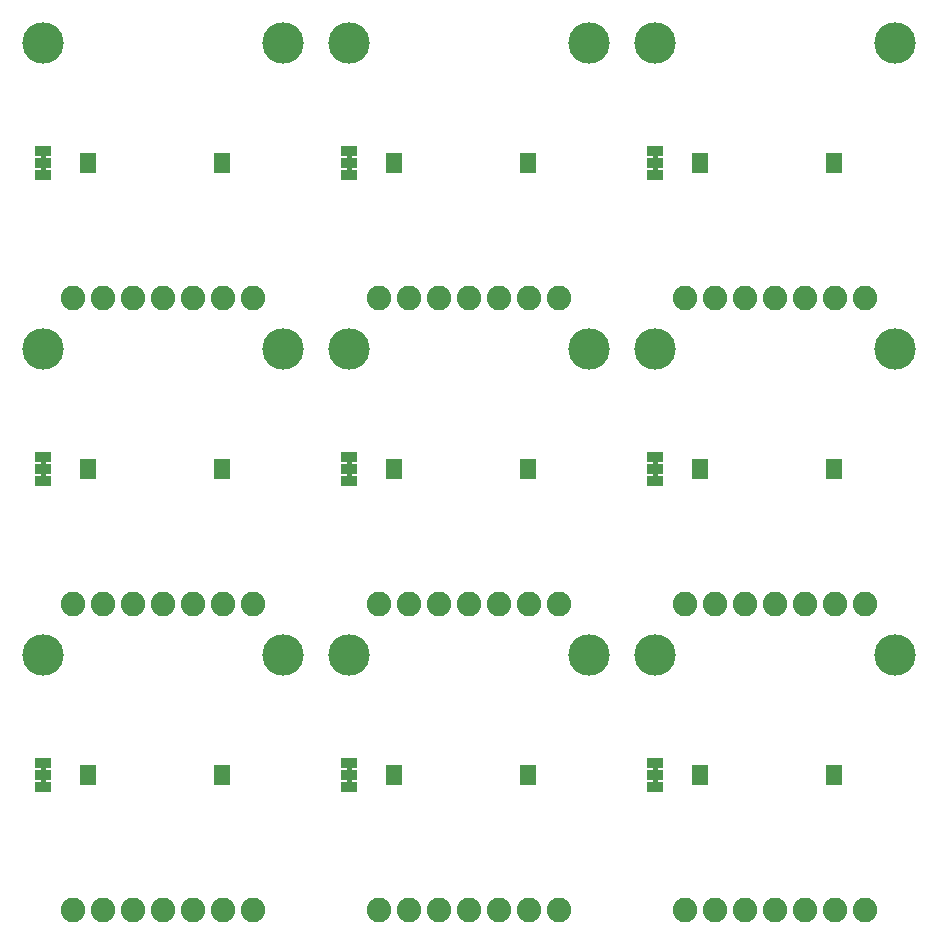
<source format=gbs>
G75*
%MOIN*%
%OFA0B0*%
%FSLAX25Y25*%
%IPPOS*%
%LPD*%
%AMOC8*
5,1,8,0,0,1.08239X$1,22.5*
%
%ADD10R,0.05800X0.03300*%
%ADD11C,0.13800*%
%ADD12C,0.00500*%
%ADD13C,0.08200*%
D10*
X0038500Y0114333D03*
X0038500Y0118333D03*
X0038500Y0122333D03*
X0053500Y0119933D03*
X0053500Y0116733D03*
X0098000Y0116733D03*
X0098000Y0119933D03*
X0140500Y0118333D03*
X0140500Y0114333D03*
X0140500Y0122333D03*
X0155500Y0119933D03*
X0155500Y0116733D03*
X0200000Y0116733D03*
X0200000Y0119933D03*
X0242500Y0118333D03*
X0242500Y0114333D03*
X0242500Y0122333D03*
X0257500Y0119933D03*
X0257500Y0116733D03*
X0302000Y0116733D03*
X0302000Y0119933D03*
X0242500Y0216333D03*
X0242500Y0220333D03*
X0242500Y0224333D03*
X0257500Y0221933D03*
X0257500Y0218733D03*
X0302000Y0218733D03*
X0302000Y0221933D03*
X0242500Y0318333D03*
X0242500Y0322333D03*
X0242500Y0326333D03*
X0257500Y0323933D03*
X0257500Y0320733D03*
X0302000Y0320733D03*
X0302000Y0323933D03*
X0200000Y0323933D03*
X0200000Y0320733D03*
X0155500Y0320733D03*
X0155500Y0323933D03*
X0140500Y0322333D03*
X0140500Y0318333D03*
X0140500Y0326333D03*
X0098000Y0323933D03*
X0098000Y0320733D03*
X0053500Y0320733D03*
X0053500Y0323933D03*
X0038500Y0322333D03*
X0038500Y0318333D03*
X0038500Y0326333D03*
X0038500Y0224333D03*
X0038500Y0220333D03*
X0038500Y0216333D03*
X0053500Y0218733D03*
X0053500Y0221933D03*
X0098000Y0221933D03*
X0098000Y0218733D03*
X0140500Y0220333D03*
X0140500Y0216333D03*
X0140500Y0224333D03*
X0155500Y0221933D03*
X0155500Y0218733D03*
X0200000Y0218733D03*
X0200000Y0221933D03*
D11*
X0220500Y0260333D03*
X0242500Y0260333D03*
X0322500Y0260333D03*
X0322500Y0158333D03*
X0242500Y0158333D03*
X0220500Y0158333D03*
X0140500Y0158333D03*
X0118500Y0158333D03*
X0038500Y0158333D03*
X0038500Y0260333D03*
X0118500Y0260333D03*
X0140500Y0260333D03*
X0140500Y0362333D03*
X0118500Y0362333D03*
X0038500Y0362333D03*
X0220500Y0362333D03*
X0242500Y0362333D03*
X0322500Y0362333D03*
D12*
X0243000Y0325083D02*
X0242000Y0325083D01*
X0242000Y0323583D01*
X0243000Y0323583D01*
X0243000Y0325083D01*
X0243000Y0325067D02*
X0242000Y0325067D01*
X0242000Y0324568D02*
X0243000Y0324568D01*
X0243000Y0324070D02*
X0242000Y0324070D01*
X0242000Y0321083D02*
X0242000Y0319583D01*
X0243000Y0319583D01*
X0243000Y0321083D01*
X0242000Y0321083D01*
X0242000Y0321079D02*
X0243000Y0321079D01*
X0243000Y0320580D02*
X0242000Y0320580D01*
X0242000Y0320082D02*
X0243000Y0320082D01*
X0243000Y0223083D02*
X0242000Y0223083D01*
X0242000Y0221583D01*
X0243000Y0221583D01*
X0243000Y0223083D01*
X0243000Y0222872D02*
X0242000Y0222872D01*
X0242000Y0222373D02*
X0243000Y0222373D01*
X0243000Y0221875D02*
X0242000Y0221875D01*
X0242000Y0219083D02*
X0242000Y0217583D01*
X0243000Y0217583D01*
X0243000Y0219083D01*
X0242000Y0219083D01*
X0242000Y0218884D02*
X0243000Y0218884D01*
X0243000Y0218385D02*
X0242000Y0218385D01*
X0242000Y0217887D02*
X0243000Y0217887D01*
X0243000Y0121083D02*
X0242000Y0121083D01*
X0242000Y0119583D01*
X0243000Y0119583D01*
X0243000Y0121083D01*
X0243000Y0120677D02*
X0242000Y0120677D01*
X0242000Y0120179D02*
X0243000Y0120179D01*
X0243000Y0119680D02*
X0242000Y0119680D01*
X0242000Y0117083D02*
X0242000Y0115583D01*
X0243000Y0115583D01*
X0243000Y0117083D01*
X0242000Y0117083D01*
X0242000Y0116689D02*
X0243000Y0116689D01*
X0243000Y0116190D02*
X0242000Y0116190D01*
X0242000Y0115692D02*
X0243000Y0115692D01*
X0141000Y0115692D02*
X0140000Y0115692D01*
X0140000Y0115583D02*
X0141000Y0115583D01*
X0141000Y0117083D01*
X0140000Y0117083D01*
X0140000Y0115583D01*
X0140000Y0116190D02*
X0141000Y0116190D01*
X0141000Y0116689D02*
X0140000Y0116689D01*
X0140000Y0119583D02*
X0141000Y0119583D01*
X0141000Y0121083D01*
X0140000Y0121083D01*
X0140000Y0119583D01*
X0140000Y0119680D02*
X0141000Y0119680D01*
X0141000Y0120179D02*
X0140000Y0120179D01*
X0140000Y0120677D02*
X0141000Y0120677D01*
X0141000Y0217583D02*
X0140000Y0217583D01*
X0140000Y0219083D01*
X0141000Y0219083D01*
X0141000Y0217583D01*
X0141000Y0217887D02*
X0140000Y0217887D01*
X0140000Y0218385D02*
X0141000Y0218385D01*
X0141000Y0218884D02*
X0140000Y0218884D01*
X0140000Y0221583D02*
X0141000Y0221583D01*
X0141000Y0223083D01*
X0140000Y0223083D01*
X0140000Y0221583D01*
X0140000Y0221875D02*
X0141000Y0221875D01*
X0141000Y0222373D02*
X0140000Y0222373D01*
X0140000Y0222872D02*
X0141000Y0222872D01*
X0141000Y0319583D02*
X0140000Y0319583D01*
X0140000Y0321083D01*
X0141000Y0321083D01*
X0141000Y0319583D01*
X0141000Y0320082D02*
X0140000Y0320082D01*
X0140000Y0320580D02*
X0141000Y0320580D01*
X0141000Y0321079D02*
X0140000Y0321079D01*
X0140000Y0323583D02*
X0141000Y0323583D01*
X0141000Y0325083D01*
X0140000Y0325083D01*
X0140000Y0323583D01*
X0140000Y0324070D02*
X0141000Y0324070D01*
X0141000Y0324568D02*
X0140000Y0324568D01*
X0140000Y0325067D02*
X0141000Y0325067D01*
X0039000Y0325067D02*
X0038000Y0325067D01*
X0038000Y0325083D02*
X0038000Y0323583D01*
X0039000Y0323583D01*
X0039000Y0325083D01*
X0038000Y0325083D01*
X0038000Y0324568D02*
X0039000Y0324568D01*
X0039000Y0324070D02*
X0038000Y0324070D01*
X0038000Y0321083D02*
X0038000Y0319583D01*
X0039000Y0319583D01*
X0039000Y0321083D01*
X0038000Y0321083D01*
X0038000Y0321079D02*
X0039000Y0321079D01*
X0039000Y0320580D02*
X0038000Y0320580D01*
X0038000Y0320082D02*
X0039000Y0320082D01*
X0039000Y0223083D02*
X0038000Y0223083D01*
X0038000Y0221583D01*
X0039000Y0221583D01*
X0039000Y0223083D01*
X0039000Y0222872D02*
X0038000Y0222872D01*
X0038000Y0222373D02*
X0039000Y0222373D01*
X0039000Y0221875D02*
X0038000Y0221875D01*
X0038000Y0219083D02*
X0038000Y0217583D01*
X0039000Y0217583D01*
X0039000Y0219083D01*
X0038000Y0219083D01*
X0038000Y0218884D02*
X0039000Y0218884D01*
X0039000Y0218385D02*
X0038000Y0218385D01*
X0038000Y0217887D02*
X0039000Y0217887D01*
X0039000Y0121083D02*
X0038000Y0121083D01*
X0038000Y0119583D01*
X0039000Y0119583D01*
X0039000Y0121083D01*
X0039000Y0120677D02*
X0038000Y0120677D01*
X0038000Y0120179D02*
X0039000Y0120179D01*
X0039000Y0119680D02*
X0038000Y0119680D01*
X0038000Y0117083D02*
X0038000Y0115583D01*
X0039000Y0115583D01*
X0039000Y0117083D01*
X0038000Y0117083D01*
X0038000Y0116689D02*
X0039000Y0116689D01*
X0039000Y0116190D02*
X0038000Y0116190D01*
X0038000Y0115692D02*
X0039000Y0115692D01*
D13*
X0048500Y0073333D03*
X0058500Y0073333D03*
X0068500Y0073333D03*
X0078500Y0073333D03*
X0088500Y0073333D03*
X0098500Y0073333D03*
X0108500Y0073333D03*
X0150500Y0073333D03*
X0160500Y0073333D03*
X0170500Y0073333D03*
X0180500Y0073333D03*
X0190500Y0073333D03*
X0200500Y0073333D03*
X0210500Y0073333D03*
X0252500Y0073333D03*
X0262500Y0073333D03*
X0272500Y0073333D03*
X0282500Y0073333D03*
X0292500Y0073333D03*
X0302500Y0073333D03*
X0312500Y0073333D03*
X0312500Y0175333D03*
X0302500Y0175333D03*
X0292500Y0175333D03*
X0282500Y0175333D03*
X0272500Y0175333D03*
X0262500Y0175333D03*
X0252500Y0175333D03*
X0210500Y0175333D03*
X0200500Y0175333D03*
X0190500Y0175333D03*
X0180500Y0175333D03*
X0170500Y0175333D03*
X0160500Y0175333D03*
X0150500Y0175333D03*
X0108500Y0175333D03*
X0098500Y0175333D03*
X0088500Y0175333D03*
X0078500Y0175333D03*
X0068500Y0175333D03*
X0058500Y0175333D03*
X0048500Y0175333D03*
X0048500Y0277333D03*
X0058500Y0277333D03*
X0068500Y0277333D03*
X0078500Y0277333D03*
X0088500Y0277333D03*
X0098500Y0277333D03*
X0108500Y0277333D03*
X0150500Y0277333D03*
X0160500Y0277333D03*
X0170500Y0277333D03*
X0180500Y0277333D03*
X0190500Y0277333D03*
X0200500Y0277333D03*
X0210500Y0277333D03*
X0252500Y0277333D03*
X0262500Y0277333D03*
X0272500Y0277333D03*
X0282500Y0277333D03*
X0292500Y0277333D03*
X0302500Y0277333D03*
X0312500Y0277333D03*
M02*

</source>
